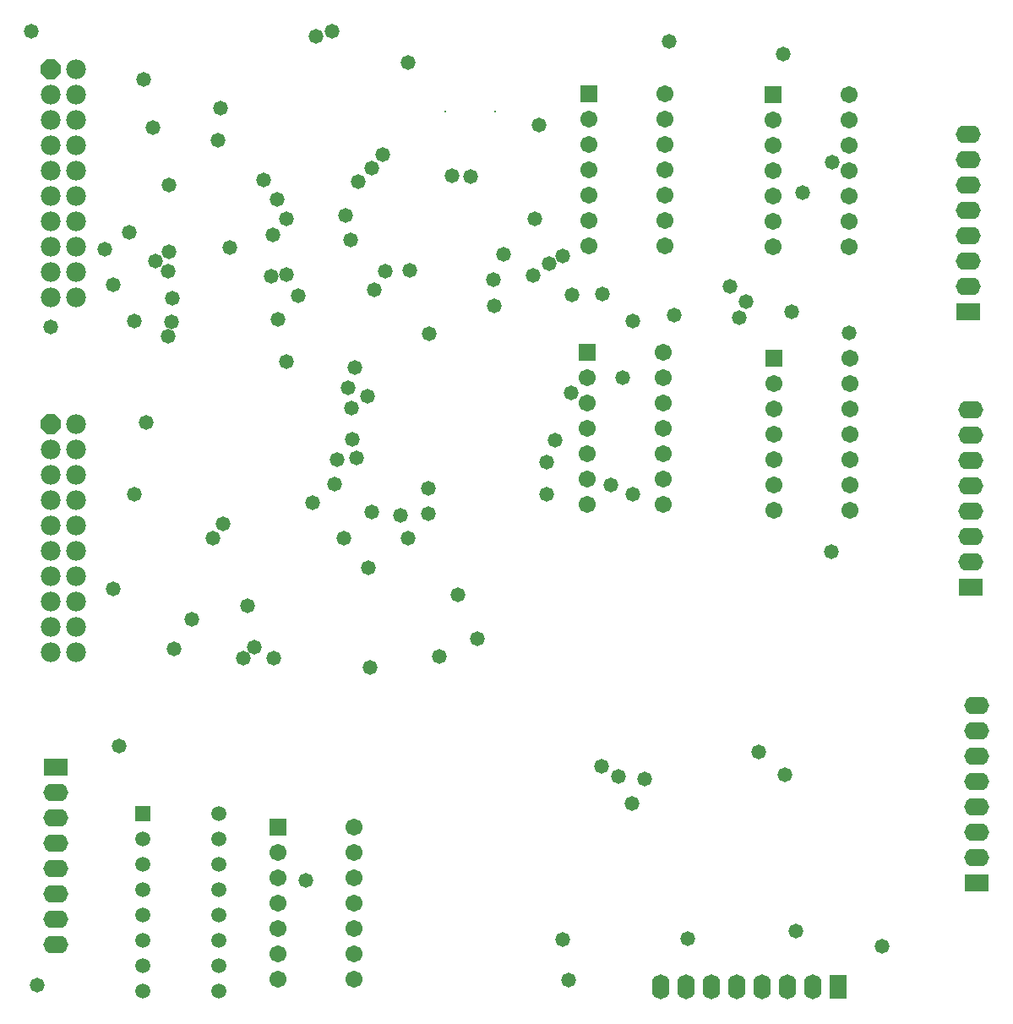
<source format=gbs>
G04 Layer_Color=8150272*
%FSLAX44Y44*%
%MOMM*%
G71*
G01*
G75*
%ADD66C,0.2032*%
%ADD67C,1.7032*%
%ADD68R,1.7032X1.7032*%
%ADD69C,1.5032*%
%ADD70R,1.5032X1.5032*%
%ADD71P,2.1444X8X22.5*%
%ADD72C,1.9812*%
%ADD73O,1.7532X2.4892*%
%ADD74R,1.7532X2.4892*%
%ADD75O,2.4892X1.7532*%
%ADD76R,2.4892X1.7532*%
%ADD77C,1.4732*%
D66*
X678000Y1163500D02*
D03*
X728400D02*
D03*
D67*
X587100Y293800D02*
D03*
Y319200D02*
D03*
Y344600D02*
D03*
Y370000D02*
D03*
Y395400D02*
D03*
Y420800D02*
D03*
Y446200D02*
D03*
X510900Y293800D02*
D03*
Y319200D02*
D03*
Y344600D02*
D03*
Y370000D02*
D03*
Y395400D02*
D03*
Y420800D02*
D03*
X897100Y769800D02*
D03*
Y795200D02*
D03*
Y820600D02*
D03*
Y846000D02*
D03*
Y871400D02*
D03*
Y896800D02*
D03*
Y922200D02*
D03*
X820900Y769800D02*
D03*
Y795200D02*
D03*
Y820600D02*
D03*
Y846000D02*
D03*
Y871400D02*
D03*
Y896800D02*
D03*
X1084100Y763800D02*
D03*
Y789200D02*
D03*
Y814600D02*
D03*
Y840000D02*
D03*
Y865400D02*
D03*
Y890800D02*
D03*
Y916200D02*
D03*
X1007900Y763800D02*
D03*
Y789200D02*
D03*
Y814600D02*
D03*
Y840000D02*
D03*
Y865400D02*
D03*
Y890800D02*
D03*
X898100Y1028800D02*
D03*
Y1054200D02*
D03*
Y1079600D02*
D03*
Y1105000D02*
D03*
Y1130400D02*
D03*
Y1155800D02*
D03*
Y1181200D02*
D03*
X821900Y1028800D02*
D03*
Y1054200D02*
D03*
Y1079600D02*
D03*
Y1105000D02*
D03*
Y1130400D02*
D03*
Y1155800D02*
D03*
X1083100Y1027800D02*
D03*
Y1053200D02*
D03*
Y1078600D02*
D03*
Y1104000D02*
D03*
Y1129400D02*
D03*
Y1154800D02*
D03*
Y1180200D02*
D03*
X1006900Y1027800D02*
D03*
Y1053200D02*
D03*
Y1078600D02*
D03*
Y1104000D02*
D03*
Y1129400D02*
D03*
Y1154800D02*
D03*
D68*
X510900Y446200D02*
D03*
X820900Y922200D02*
D03*
X1007900Y916200D02*
D03*
X821900Y1181200D02*
D03*
X1006900Y1180200D02*
D03*
D69*
X451200Y282200D02*
D03*
Y307600D02*
D03*
Y333000D02*
D03*
Y358400D02*
D03*
Y383800D02*
D03*
Y409200D02*
D03*
Y434600D02*
D03*
Y460000D02*
D03*
X375000Y282200D02*
D03*
Y307600D02*
D03*
Y333000D02*
D03*
Y358400D02*
D03*
Y383800D02*
D03*
Y409200D02*
D03*
Y434600D02*
D03*
D70*
Y460000D02*
D03*
D71*
X283000Y1206000D02*
D03*
Y850400D02*
D03*
D72*
Y1180600D02*
D03*
Y1155200D02*
D03*
Y1129800D02*
D03*
Y1104400D02*
D03*
Y1079000D02*
D03*
Y1053600D02*
D03*
Y1028200D02*
D03*
Y1002800D02*
D03*
Y977400D02*
D03*
X308400Y1206000D02*
D03*
Y1180600D02*
D03*
Y1155200D02*
D03*
Y1129800D02*
D03*
Y1104400D02*
D03*
Y1079000D02*
D03*
Y1053600D02*
D03*
Y1028200D02*
D03*
Y1002800D02*
D03*
Y977400D02*
D03*
X283000Y825000D02*
D03*
Y799600D02*
D03*
Y774200D02*
D03*
Y748800D02*
D03*
Y723400D02*
D03*
Y698000D02*
D03*
Y672600D02*
D03*
Y647200D02*
D03*
Y621800D02*
D03*
X308400Y850400D02*
D03*
Y825000D02*
D03*
Y799600D02*
D03*
Y774200D02*
D03*
Y748800D02*
D03*
Y723400D02*
D03*
Y698000D02*
D03*
Y672600D02*
D03*
Y647200D02*
D03*
Y621800D02*
D03*
D73*
X894100Y286000D02*
D03*
X919500D02*
D03*
X944900D02*
D03*
X970300D02*
D03*
X995700D02*
D03*
X1021100D02*
D03*
X1046500D02*
D03*
D74*
X1071900D02*
D03*
D75*
X1202000Y1140900D02*
D03*
Y1115500D02*
D03*
Y1090100D02*
D03*
Y1064700D02*
D03*
Y1039300D02*
D03*
Y1013900D02*
D03*
Y988500D02*
D03*
X1211000Y567900D02*
D03*
Y542500D02*
D03*
Y517100D02*
D03*
Y491700D02*
D03*
Y466300D02*
D03*
Y440900D02*
D03*
Y415500D02*
D03*
X288000Y329100D02*
D03*
Y354500D02*
D03*
Y379900D02*
D03*
Y405300D02*
D03*
Y430700D02*
D03*
Y456100D02*
D03*
Y481500D02*
D03*
X1205000Y864900D02*
D03*
Y839500D02*
D03*
Y814100D02*
D03*
Y788700D02*
D03*
Y763300D02*
D03*
Y737900D02*
D03*
Y712500D02*
D03*
D76*
X1202000Y963100D02*
D03*
X1211000Y390100D02*
D03*
X288000Y506900D02*
D03*
X1205000Y687100D02*
D03*
D77*
X282630Y948000D02*
D03*
X834644Y507492D02*
D03*
X672338Y617728D02*
D03*
X269494Y288290D02*
D03*
X361950Y1042416D02*
D03*
X351536Y527812D02*
D03*
X337312Y1025906D02*
D03*
X710184Y635497D02*
D03*
X366522Y779828D02*
D03*
X401193Y1022858D02*
D03*
X567206Y789916D02*
D03*
X400177Y1003554D02*
D03*
X618236D02*
D03*
X405130Y976376D02*
D03*
X462026Y1026922D02*
D03*
X406146Y625348D02*
D03*
X476250Y615950D02*
D03*
X385096Y1147000D02*
D03*
X345948Y684748D02*
D03*
Y989965D02*
D03*
X387652Y1013968D02*
D03*
X506222Y615696D02*
D03*
X263652Y1243584D02*
D03*
X376174Y1195324D02*
D03*
X455676Y750316D02*
D03*
X584454Y866648D02*
D03*
X545400Y771120D02*
D03*
X600202Y877824D02*
D03*
X690626Y678942D02*
D03*
X601218Y706374D02*
D03*
X581311Y887000D02*
D03*
X865980Y953803D02*
D03*
X604393Y762000D02*
D03*
X1065022Y722376D02*
D03*
X587502Y906780D02*
D03*
X907542Y959358D02*
D03*
X779526Y780034D02*
D03*
X844550Y789269D02*
D03*
X804418Y881888D02*
D03*
X518774Y913000D02*
D03*
X633476Y758444D02*
D03*
X973225Y956794D02*
D03*
X510546Y954834D02*
D03*
X661162Y760603D02*
D03*
X779526Y812292D02*
D03*
X531368Y979170D02*
D03*
X805434Y980059D02*
D03*
X519430Y1000125D02*
D03*
X980059Y973074D02*
D03*
X604472Y1106424D02*
D03*
X1066220Y1112520D02*
D03*
X509778Y1075182D02*
D03*
X662432Y941070D02*
D03*
X1083056Y941578D02*
D03*
X766278Y999086D02*
D03*
X496086Y1095000D02*
D03*
X736322Y1020596D02*
D03*
X591058Y1093216D02*
D03*
X685038Y1098804D02*
D03*
X450850Y1135126D02*
D03*
X641350Y1212850D02*
D03*
X1017270Y1220724D02*
D03*
X772668Y1150366D02*
D03*
X835533Y980440D02*
D03*
X727202Y968514D02*
D03*
X726694Y994664D02*
D03*
X453136Y1167130D02*
D03*
X548640Y1239012D02*
D03*
X902622Y1233678D02*
D03*
X992124Y521462D02*
D03*
X851964Y496824D02*
D03*
X1025117Y963100D02*
D03*
X1036320Y1082620D02*
D03*
X1029482Y342646D02*
D03*
X865124Y469900D02*
D03*
X796290Y334010D02*
D03*
X801878Y293116D02*
D03*
X538861Y392938D02*
D03*
X921004Y334897D02*
D03*
X404368Y952754D02*
D03*
X518922Y1056005D02*
D03*
X378460Y851662D02*
D03*
X855980Y896800D02*
D03*
X866140Y780034D02*
D03*
X564600Y1243838D02*
D03*
X703775Y1098364D02*
D03*
X661416Y786130D02*
D03*
X505206Y1039876D02*
D03*
X782574Y1011428D02*
D03*
X583716Y1034796D02*
D03*
X767842Y1055878D02*
D03*
X578612Y1059434D02*
D03*
X796290Y1018540D02*
D03*
X642620Y1003935D02*
D03*
X640842Y736346D02*
D03*
X576326D02*
D03*
X606806Y984758D02*
D03*
X615444Y1120135D02*
D03*
X503682Y998728D02*
D03*
X963800Y988500D02*
D03*
X585149Y835000D02*
D03*
X589660Y816385D02*
D03*
X569976Y815086D02*
D03*
X400812Y938276D02*
D03*
X401066Y1090168D02*
D03*
X366649Y953897D02*
D03*
X602742Y606576D02*
D03*
X486918Y626364D02*
D03*
X878332Y494665D02*
D03*
X1115822Y327152D02*
D03*
X424434Y654558D02*
D03*
X788126Y833882D02*
D03*
X445516Y736092D02*
D03*
X479806Y668020D02*
D03*
X1019000Y499000D02*
D03*
M02*

</source>
